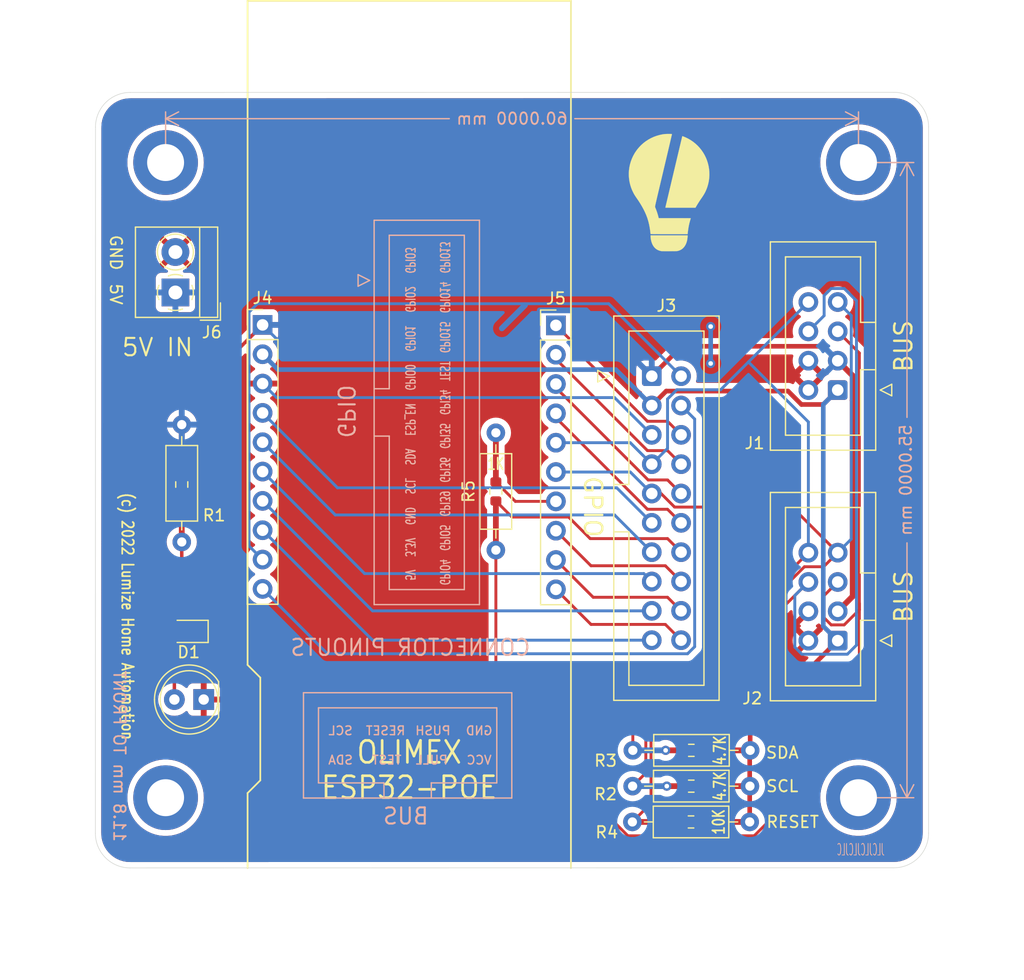
<source format=kicad_pcb>
(kicad_pcb (version 20211014) (generator pcbnew)
  (layers (0 "F.Cu" signal) (31 "B.Cu" signal) (34 "B.Paste" user) (35 "F.Paste" user) (36 "B.SilkS" user "B.Silkscreen") (37 "F.SilkS" user "F.Silkscreen") (38 "B.Mask" user) (39 "F.Mask" user) (44 "Edge.Cuts" user))
  (net 0 "")
  (net 1 "PUSH")
  (net 2 "Net-(D1-Pad2)")
  (net 3 "SCL")
  (net 4 "RESET")
  (net 5 "SDA")
  (net 6 "TEST")
  (net 7 "PULL")
  (net 8 "GPIO13")
  (net 9 "GPIO14")
  (net 10 "GPIO15")
  (net 11 "GPI34")
  (net 12 "GPI35")
  (net 13 "GPI36")
  (net 14 "GPI39")
  (net 15 "GPIO5")
  (net 16 "GPIO4")
  (net 17 "GPIO3")
  (net 18 "GPIO2")
  (net 19 "GPIO1")
  (net 20 "GPIO0")
  (net 21 "ESP_EN")
  (net 22 "VCC")
  (net 23 "TEST2")
  (footprint "TerminalBlock_4Ucon:TerminalBlock_4Ucon_1x02_P3.50mm_Horizontal" (layer "F.Cu") (at 110.25 85.25 90)
    (fp_text reference "J6" (at -3.45 3.15 180) (layer "F.SilkS"))
    (fp_text value "Screw_Terminal_01x02")
    (pad "1" thru_hole rect locked (at 0 0 90) (size 2.4 2.4) (drill 1.2) (layers *.Cu *.Mask) (net 7 "PULL"))
    (pad "2" thru_hole circle locked (at 3.5 0 90) (size 2.4 2.4) (drill 1.2) (layers *.Cu *.Mask) (net 1 "PUSH"))
  )
  (footprint "MountingHole:MountingHole_3.2mm_M3_DIN965_Pad" (layer "F.Cu") (at 109.4 74)
    (fp_text reference "REF**" hide)
    (fp_text value "MountingHole_3.2mm_M3_DIN965_Pad")
    (pad "1" thru_hole circle locked (at 0 0) (size 5.6 5.6) (drill 3.2) (layers *.Cu *.Mask))
  )
  (footprint "MountingHole:MountingHole_3.2mm_M3_DIN965_Pad" (layer "F.Cu") (at 169.4 74)
    (fp_text reference "REF**" hide)
    (fp_text value "MountingHole_3.2mm_M3_DIN965_Pad")
    (pad "1" thru_hole circle locked (at 0 0) (size 5.6 5.6) (drill 3.2) (layers *.Cu *.Mask))
  )
  (footprint "MountingHole:MountingHole_3.2mm_M3_DIN965_Pad" (layer "F.Cu") (at 109.4 129)
    (fp_text reference "REF**" hide)
    (fp_text value "MountingHole_3.2mm_M3_DIN965_Pad")
    (pad "1" thru_hole circle locked (at 0 0) (size 5.6 5.6) (drill 3.2) (layers *.Cu *.Mask))
  )
  (footprint "MountingHole:MountingHole_3.2mm_M3_DIN965_Pad" (layer "F.Cu") (at 169.4 129)
    (fp_text reference "REF**" hide)
    (fp_text value "MountingHole_3.2mm_M3_DIN965_Pad")
    (pad "1" thru_hole circle locked (at 0 0) (size 5.6 5.6) (drill 3.2) (layers *.Cu *.Mask))
  )
  (footprint "Connector_PinHeader_2.54mm:PinHeader_1x10_P2.54mm_Vertical" (layer "F.Cu") (at 143.2 88.1)
    (fp_text reference "J5" (at 0 -2.33) (layer "F.SilkS"))
    (fp_text value "Conn_01x10")
    (pad "1" thru_hole rect locked (at 0 0) (size 1.7 1.7) (drill 1) (layers *.Cu *.Mask) (net 14 "GPI39"))
    (pad "2" thru_hole oval locked (at 0 2.54) (size 1.7 1.7) (drill 1) (layers *.Cu *.Mask) (net 13 "GPI36"))
    (pad "3" thru_hole oval locked (at 0 5.08) (size 1.7 1.7) (drill 1) (layers *.Cu *.Mask) (net 12 "GPI35"))
    (pad "4" thru_hole oval locked (at 0 7.62) (size 1.7 1.7) (drill 1) (layers *.Cu *.Mask) (net 11 "GPI34"))
    (pad "5" thru_hole oval locked (at 0 10.16) (size 1.7 1.7) (drill 1) (layers *.Cu *.Mask) (net 3 "SCL"))
    (pad "6" thru_hole oval locked (at 0 12.7) (size 1.7 1.7) (drill 1) (layers *.Cu *.Mask) (net 5 "SDA"))
    (pad "7" thru_hole oval locked (at 0 15.24) (size 1.7 1.7) (drill 1) (layers *.Cu *.Mask) (net 23 "TEST2"))
    (pad "8" thru_hole oval locked (at 0 17.78) (size 1.7 1.7) (drill 1) (layers *.Cu *.Mask) (net 10 "GPIO15"))
    (pad "9" thru_hole oval locked (at 0 20.32) (size 1.7 1.7) (drill 1) (layers *.Cu *.Mask) (net 9 "GPIO14"))
    (pad "10" thru_hole oval locked (at 0 22.86) (size 1.7 1.7) (drill 1) (layers *.Cu *.Mask) (net 8 "GPIO13"))
  )
  (footprint "Connector_PinHeader_2.54mm:PinHeader_1x10_P2.54mm_Vertical" (layer "F.Cu") (at 117.8 88.06)
    (fp_text reference "J4" (at 0 -2.33) (layer "F.SilkS"))
    (fp_text value "Conn_01x10")
    (pad "1" thru_hole rect locked (at 0 0) (size 1.7 1.7) (drill 1) (layers *.Cu *.Mask) (net 7 "PULL"))
    (pad "2" thru_hole oval locked (at 0 2.54) (size 1.7 1.7) (drill 1) (layers *.Cu *.Mask) (net 22 "VCC"))
    (pad "3" thru_hole oval locked (at 0 5.08) (size 1.7 1.7) (drill 1) (layers *.Cu *.Mask) (net 1 "PUSH"))
    (pad "4" thru_hole oval locked (at 0 7.62) (size 1.7 1.7) (drill 1) (layers *.Cu *.Mask) (net 21 "ESP_EN"))
    (pad "5" thru_hole oval locked (at 0 10.16) (size 1.7 1.7) (drill 1) (layers *.Cu *.Mask) (net 20 "GPIO0"))
    (pad "6" thru_hole oval locked (at 0 12.7) (size 1.7 1.7) (drill 1) (layers *.Cu *.Mask) (net 19 "GPIO1"))
    (pad "7" thru_hole oval locked (at 0 15.24) (size 1.7 1.7) (drill 1) (layers *.Cu *.Mask) (net 18 "GPIO2"))
    (pad "8" thru_hole oval locked (at 0 17.78) (size 1.7 1.7) (drill 1) (layers *.Cu *.Mask) (net 17 "GPIO3"))
    (pad "9" thru_hole oval locked (at 0 20.32) (size 1.7 1.7) (drill 1) (layers *.Cu *.Mask) (net 16 "GPIO4"))
    (pad "10" thru_hole oval locked (at 0 22.86) (size 1.7 1.7) (drill 1) (layers *.Cu *.Mask) (net 15 "GPIO5"))
  )
  (footprint "Connector_IDC:IDC-Header_2x10_P2.54mm_Vertical" (layer "F.Cu") (at 151.5 92.5)
    (fp_text reference "J3" (at 1.27 -6.1) (layer "F.SilkS"))
    (fp_text value "Conn_02x10_Odd_Even")
    (pad "1" thru_hole roundrect locked (at 0 0) (size 1.7 1.7) (drill 1) (layers *.Cu *.Mask) (roundrect_rratio 0.1470588235) (net 7 "PULL"))
    (pad "2" thru_hole circle locked (at 2.54 0) (size 1.7 1.7) (drill 1) (layers *.Cu *.Mask) (net 16 "GPIO4"))
    (pad "3" thru_hole circle locked (at 0 2.54) (size 1.7 1.7) (drill 1) (layers *.Cu *.Mask) (net 22 "VCC"))
    (pad "4" thru_hole circle locked (at 2.54 2.54) (size 1.7 1.7) (drill 1) (layers *.Cu *.Mask) (net 15 "GPIO5"))
    (pad "5" thru_hole circle locked (at 0 5.08) (size 1.7 1.7) (drill 1) (layers *.Cu *.Mask) (net 1 "PUSH"))
    (pad "6" thru_hole circle locked (at 2.54 5.08) (size 1.7 1.7) (drill 1) (layers *.Cu *.Mask) (net 14 "GPI39"))
    (pad "7" thru_hole circle locked (at 0 7.62) (size 1.7 1.7) (drill 1) (layers *.Cu *.Mask) (net 3 "SCL"))
    (pad "8" thru_hole circle locked (at 2.54 7.62) (size 1.7 1.7) (drill 1) (layers *.Cu *.Mask) (net 13 "GPI36"))
    (pad "9" thru_hole circle locked (at 0 10.16) (size 1.7 1.7) (drill 1) (layers *.Cu *.Mask) (net 5 "SDA"))
    (pad "10" thru_hole circle locked (at 2.54 10.16) (size 1.7 1.7) (drill 1) (layers *.Cu *.Mask) (net 12 "GPI35"))
    (pad "11" thru_hole circle locked (at 0 12.7) (size 1.7 1.7) (drill 1) (layers *.Cu *.Mask) (net 21 "ESP_EN"))
    (pad "12" thru_hole circle locked (at 2.54 12.7) (size 1.7 1.7) (drill 1) (layers *.Cu *.Mask) (net 11 "GPI34"))
    (pad "13" thru_hole circle locked (at 0 15.24) (size 1.7 1.7) (drill 1) (layers *.Cu *.Mask) (net 20 "GPIO0"))
    (pad "14" thru_hole circle locked (at 2.54 15.24) (size 1.7 1.7) (drill 1) (layers *.Cu *.Mask) (net 6 "TEST"))
    (pad "15" thru_hole circle locked (at 0 17.78) (size 1.7 1.7) (drill 1) (layers *.Cu *.Mask) (net 19 "GPIO1"))
    (pad "16" thru_hole circle locked (at 2.54 17.78) (size 1.7 1.7) (drill 1) (layers *.Cu *.Mask) (net 10 "GPIO15"))
    (pad "17" thru_hole circle locked (at 0 20.32) (size 1.7 1.7) (drill 1) (layers *.Cu *.Mask) (net 18 "GPIO2"))
    (pad "18" thru_hole circle locked (at 2.54 20.32) (size 1.7 1.7) (drill 1) (layers *.Cu *.Mask) (net 9 "GPIO14"))
    (pad "19" thru_hole circle locked (at 0 22.86) (size 1.7 1.7) (drill 1) (layers *.Cu *.Mask) (net 17 "GPIO3"))
    (pad "20" thru_hole circle locked (at 2.54 22.86) (size 1.7 1.7) (drill 1) (layers *.Cu *.Mask) (net 8 "GPIO13"))
  )
  (footprint "LED_SMD:LED_0805_2012Metric" (layer "F.Cu") (at 111.4 114.6 180)
    (fp_text reference "D1" (at 0 -1.8) (layer "F.SilkS"))
    (fp_text value "LED")
    (pad "1" smd roundrect locked (at -0.9375 0 180) (size 0.975 1.4) (layers "F.Cu" "F.Paste" "F.Mask") (net 1 "PUSH"))
    (pad "2" smd roundrect locked (at 0.9375 0 180) (size 0.975 1.4) (layers "F.Cu" "F.Paste" "F.Mask") (net 2 "Net-(D1-Pad2)"))
  )
  (footprint "Connector_IDC:IDC-Header_2x04_P2.54mm_Vertical" (layer "F.Cu") (at 167.6 93.7 180)
    (fp_text reference "J1" (at 7.2 -4.6) (layer "F.SilkS"))
    (fp_text value "IDC_02x04")
    (pad "1" thru_hole roundrect locked (at 0 0 180) (size 1.7 1.7) (drill 1) (layers *.Cu *.Mask) (roundrect_rratio 0.1470588235) (net 22 "VCC"))
    (pad "2" thru_hole circle locked (at 2.54 0 180) (size 1.7 1.7) (drill 1) (layers *.Cu *.Mask) (net 1 "PUSH"))
    (pad "3" thru_hole circle locked (at 0 2.54 180) (size 1.7 1.7) (drill 1) (layers *.Cu *.Mask) (net 7 "PULL"))
    (pad "4" thru_hole circle locked (at 2.54 2.54 180) (size 1.7 1.7) (drill 1) (layers *.Cu *.Mask) (net 1 "PUSH"))
    (pad "5" thru_hole circle locked (at 0 5.08 180) (size 1.7 1.7) (drill 1) (layers *.Cu *.Mask) (net 6 "TEST"))
    (pad "6" thru_hole circle locked (at 2.54 5.08 180) (size 1.7 1.7) (drill 1) (layers *.Cu *.Mask) (net 4 "RESET"))
    (pad "7" thru_hole circle locked (at 0 7.62 180) (size 1.7 1.7) (drill 1) (layers *.Cu *.Mask) (net 5 "SDA"))
    (pad "8" thru_hole circle locked (at 2.54 7.62 180) (size 1.7 1.7) (drill 1) (layers *.Cu *.Mask) (net 3 "SCL"))
  )
  (footprint "Connector_IDC:IDC-Header_2x04_P2.54mm_Vertical" (layer "F.Cu") (at 167.6 115.4 180)
    (fp_text reference "J2" (at 7.4 -5) (layer "F.SilkS"))
    (fp_text value "IDC_02x04")
    (pad "1" thru_hole roundrect locked (at 0 0 180) (size 1.7 1.7) (drill 1) (layers *.Cu *.Mask) (roundrect_rratio 0.1470588235) (net 22 "VCC"))
    (pad "2" thru_hole circle locked (at 2.54 0 180) (size 1.7 1.7) (drill 1) (layers *.Cu *.Mask) (net 1 "PUSH"))
    (pad "3" thru_hole circle locked (at 0 2.54 180) (size 1.7 1.7) (drill 1) (layers *.Cu *.Mask) (net 7 "PULL"))
    (pad "4" thru_hole circle locked (at 2.54 2.54 180) (size 1.7 1.7) (drill 1) (layers *.Cu *.Mask) (net 1 "PUSH"))
    (pad "5" thru_hole circle locked (at 0 5.08 180) (size 1.7 1.7) (drill 1) (layers *.Cu *.Mask) (net 6 "TEST"))
    (pad "6" thru_hole circle locked (at 2.54 5.08 180) (size 1.7 1.7) (drill 1) (layers *.Cu *.Mask) (net 4 "RESET"))
    (pad "7" thru_hole circle locked (at 0 7.62 180) (size 1.7 1.7) (drill 1) (layers *.Cu *.Mask) (net 5 "SDA"))
    (pad "8" thru_hole circle locked (at 2.54 7.62 180) (size 1.7 1.7) (drill 1) (layers *.Cu *.Mask) (net 3 "SCL"))
  )
  (footprint "Resistor_THT:R_Axial_DIN0207_L6.3mm_D2.5mm_P10.16mm_Horizontal" (layer "F.Cu") (at 160.02 124.9 180)
    (fp_text reference "R3" (at 12.52 -0.9) (layer "F.SilkS"))
    (fp_text value "4.7K")
    (pad "1" thru_hole circle locked (at 0 0 180) (size 1.6 1.6) (drill 0.8) (layers *.Cu *.Mask) (net 22 "VCC"))
    (pad "2" thru_hole oval locked (at 10.16 0 180) (size 1.6 1.6) (drill 0.8) (layers *.Cu *.Mask) (net 3 "SCL"))
  )
  (footprint "Logo:Lumize_Logo" (layer "F.Cu") (at 153 76.6)
    (fp_text reference "G***" hide)
    (fp_text value "LOGO" hide)
  )
  (footprint "Resistor_THT:R_Axial_DIN0207_L6.3mm_D2.5mm_P10.16mm_Horizontal" (layer "F.Cu") (at 160 128 180)
    (fp_text reference "R2" (at 12.5 -0.7) (layer "F.SilkS"))
    (fp_text value "4.7K")
    (pad "1" thru_hole circle locked (at 0 0 180) (size 1.6 1.6) (drill 0.8) (layers *.Cu *.Mask) (net 22 "VCC"))
    (pad "2" thru_hole oval locked (at 10.16 0 180) (size 1.6 1.6) (drill 0.8) (layers *.Cu *.Mask) (net 5 "SDA"))
  )
  (footprint "Resistor_THT:R_Axial_DIN0207_L6.3mm_D2.5mm_P10.16mm_Horizontal" (layer "F.Cu") (at 110.8 106.855 90)
    (fp_text reference "R1" (at 2.3 2.8 180) (layer "F.SilkS"))
    (fp_text value "220")
    (pad "1" thru_hole circle locked (at 0 0 90) (size 1.6 1.6) (drill 0.8) (layers *.Cu *.Mask) (net 2 "Net-(D1-Pad2)"))
    (pad "2" thru_hole oval locked (at 10.16 0 90) (size 1.6 1.6) (drill 0.8) (layers *.Cu *.Mask) (net 7 "PULL"))
  )
  (footprint "Resistor_SMD:R_0603_1608Metric" (layer "F.Cu") (at 110.8 101.88 90)
    (fp_text reference "REF**" hide)
    (fp_text value "R_0603_1608Metric")
    (pad "1" smd roundrect locked (at -0.825 0 90) (size 0.8 0.95) (layers "F.Cu" "F.Paste" "F.Mask") (net 2 "Net-(D1-Pad2)"))
    (pad "2" smd roundrect locked (at 0.825 0 90) (size 0.8 0.95) (layers "F.Cu" "F.Paste" "F.Mask") (net 7 "PULL"))
  )
  (footprint "Resistor_SMD:R_0603_1608Metric" (layer "F.Cu") (at 154.9 131.1)
    (fp_text reference "REF**" hide)
    (fp_text value "R_0603_1608Metric")
    (pad "1" smd roundrect locked (at -0.825 0) (size 0.8 0.95) (layers "F.Cu" "F.Paste" "F.Mask") (net 4 "RESET"))
    (pad "2" smd roundrect locked (at 0.825 0) (size 0.8 0.95) (layers "F.Cu" "F.Paste" "F.Mask") (net 22 "VCC"))
  )
  (footprint "Logo:GPIO Connector pinout" (layer "F.Cu") (at 132.3175 74.3575)
    (fp_text reference "REF**" hide)
    (fp_text value "GPIO Connector pinout")
    (fp_text user "GPI35" (at 1.25 23.320106 270 unlocked) (layer "B.SilkS") (effects (font (size 0.8 0.5) (thickness 0.11)) (justify mirror)))
    (fp_text user "GPI36" (at 1.25 26.25 270 unlocked) (layer "B.SilkS") (effects (font (size 0.8 0.5) (thickness 0.11)) (justify mirror)))
    (fp_text user "GPIO13" (at 1.25 7.861111 270 unlocked) (layer "B.SilkS") (effects (font (size 0.8 0.5) (thickness 0.11)) (justify mirror)))
    (fp_text user "GPIO5" (at 1.25 32.133597 270 unlocked) (layer "B.SilkS") (effects (font (size 0.8 0.5) (thickness 0.11)) (justify mirror)))
    (fp_text user "GPIO0" (at -1.75 18.242067 270 unlocked) (layer "B.SilkS") (effects (font (size 0.8 0.5) (thickness 0.11)) (justify mirror)))
    (fp_text user "ESP_EN" (at -1.75 21.89286 270 unlocked) (layer "B.SilkS") (effects (font (size 0.8 0.5) (thickness 0.11)) (justify mirror)))
    (fp_text user "GND" (at -1.75 30.25 270 unlocked) (layer "B.SilkS") (effects (font (size 0.8 0.5) (thickness 0.11)) (justify mirror)))
    (fp_text user "GPIO2" (at -1.75 11.488101 270 unlocked) (layer "B.SilkS") (effects (font (size 0.8 0.5) (thickness 0.11)) (justify mirror)))
    (fp_text user "GPIO15" (at 1.25 14.768519 270 unlocked) (layer "B.SilkS") (effects (font (size 0.8 0.5) (thickness 0.11)) (justify mirror)))
    (fp_text user "3.3V" (at -1.75 32.960317 270 unlocked) (layer "B.SilkS") (effects (font (size 0.8 0.5) (thickness 0.11)) (justify mirror)))
    (fp_text user "GPIO4" (at 1.25 35.111111 270 unlocked) (layer "B.SilkS") (effects (font (size 0.8 0.5) (thickness 0.11)) (justify mirror)))
    (fp_text user "GPIO14" (at 1.25 11.314815 270 unlocked) (layer "B.SilkS") (effects (font (size 0.8 0.5) (thickness 0.11)) (justify mirror)))
    (fp_text user "SDA" (at -1.75 25.126986 270 unlocked) (layer "B.SilkS") (effects (font (size 0.8 0.5) (thickness 0.11)) (justify mirror)))
    (fp_text user "5V" (at -1.75 35.361118 270 unlocked) (layer "B.SilkS") (effects (font (size 0.8 0.5) (thickness 0.11)) (justify mirror)))
    (fp_text user "SCL" (at -1.75 27.658731 270 unlocked) (layer "B.SilkS") (effects (font (size 0.8 0.5) (thickness 0.11)) (justify mirror)))
    (fp_text user "GPI39" (at 1.25 29.179894 270 unlocked) (layer "B.SilkS") (effects (font (size 0.8 0.5) (thickness 0.11)) (justify mirror)))
    (fp_text user "GPIO3" (at -1.75 8.111118 270 unlocked) (layer "B.SilkS") (effects (font (size 0.8 0.5) (thickness 0.11)) (justify mirror)))
    (fp_text user "GPI34" (at 1.25 20.390212 270 unlocked) (layer "B.SilkS") (effects (font (size 0.8 0.5) (thickness 0.11)) (justify mirror)))
    (fp_text user "TEST" (at 1.25 17.710318 270 unlocked) (layer "B.SilkS") (effects (font (size 0.8 0.5) (thickness 0.11)) (justify mirror)))
    (fp_text user "GPIO1" (at -1.75 14.865084 270 unlocked) (layer "B.SilkS") (effects (font (size 0.8 0.5) (thickness 0.11)) (justify mirror)))
  )
  (footprint "LED_THT:LED_D5.0mm" (layer "F.Cu") (at 112.7 120.5 180)
    (fp_text reference "REF**" hide)
    (fp_text value "LED_D5.0mm")
    (pad "1" thru_hole rect locked (at 0 0 180) (size 1.8 1.8) (drill 0.9) (layers *.Cu *.Mask) (net 1 "PUSH"))
    (pad "2" thru_hole circle locked (at 2.54 0 180) (size 1.8 1.8) (drill 0.9) (layers *.Cu *.Mask) (net 2 "Net-(D1-Pad2)"))
  )
  (footprint "Resistor_THT:R_Axial_DIN0207_L6.3mm_D2.5mm_P10.16mm_Horizontal" (layer "F.Cu") (at 138 107.56 90)
    (fp_text reference "R5" (at 5.08 -2.37 90) (layer "F.SilkS"))
    (fp_text value "1K")
    (pad "1" thru_hole circle (at 0 0 90) (size 1.6 1.6) (drill 0.8) (layers *.Cu *.Mask) (net 6 "TEST"))
    (pad "2" thru_hole oval (at 10.16 0 90) (size 1.6 1.6) (drill 0.8) (layers *.Cu *.Mask) (net 23 "TEST2"))
  )
  (footprint "Resistor_THT:R_Axial_DIN0207_L6.3mm_D2.5mm_P10.16mm_Horizontal" (layer "F.Cu") (at 159.98 131.1 180)
    (fp_text reference "R4" (at 12.38 -0.9) (layer "F.SilkS"))
    (fp_text value "10K")
    (pad "1" thru_hole circle locked (at 0 0 180) (size 1.6 1.6) (drill 0.8) (layers *.Cu *.Mask) (net 22 "VCC"))
    (pad "2" thru_hole oval locked (at 10.16 0 180) (size 1.6 1.6) (drill 0.8) (layers *.Cu *.Mask) (net 4 "RESET"))
  )
  (footprint "Resistor_SMD:R_0603_1608Metric" (layer "F.Cu") (at 154.92 128)
    (fp_text reference "REF**" hide)
    (fp_text value "R_0603_1608Metric")
    (pad "1" smd roundrect locked (at -0.825 0) (size 0.8 0.95) (layers "F.Cu" "F.Paste" "F.Mask") (net 5 "SDA"))
    (pad "2" smd roundrect locked (at 0.825 0) (size 0.8 0.95) (layers "F.Cu" "F.Paste" "F.Mask") (net 22 "VCC"))
  )
  (footprint "Logo:Bus_Pinout" (layer "F.Cu") (at 126.55 125.74 90)
    (fp_text reference "REF**" hide)
    (fp_text value "Bus_Pinout")
    (fp_text user "TEST" (at 0 2 180) (layer "B.SilkS") (effects (font (size 0.75 0.75) (thickness 0.125)) (justify mirror)))
    (fp_text user "VCC" (at 0 10 unlocked) (layer "B.SilkS") (effects (font (size 0.75 0.75) (thickness 0.125)) (justify mirror)))
    (fp_text user "GND" (at 2.54 10 180) (layer "B.SilkS") (effects (font (size 0.75 0.75) (thickness 0.125)) (justify mirror)))
    (fp_text user "SDA" (at 0 -2 180) (layer "B.SilkS") (effects (font (size 0.75 0.75) (thickness 0.125)) (justify mirror)))
    (fp_text user "PULL" (at 0 5.9 180) (layer "B.SilkS") (effects (font (size 0.75 0.75) (thickness 0.125)) (justify mirror)))
    (fp_text user "PUSH" (at 2.54 6 180) (layer "B.SilkS") (effects (font (size 0.75 0.75) (thickness 0.125)) (justify mirror)))
    (fp_text user "SCL" (at 2.54 -2 180) (layer "B.SilkS") (effects (font (size 0.75 0.75) (thickness 0.125)) (justify mirror)))
    (fp_text user "RESET" (at 2.54 1.9 180) (layer "B.SilkS") (effects (font (size 0.75 0.75) (thickness 0.125)) (justify mirror)))
  )
  (footprint "Resistor_SMD:R_0603_1608Metric" (layer "F.Cu") (at 138 102.48 -90)
    (fp_text reference "REF**" hide)
    (fp_text value "R_0603_1608Metric")
    (pad "1" smd roundrect locked (at -0.825 0 270) (size 0.8 0.95) (layers "F.Cu" "F.Paste" "F.Mask") (net 23 "TEST2"))
    (pad "2" smd roundrect locked (at 0.825 0 270) (size 0.8 0.95) (layers "F.Cu" "F.Paste" "F.Mask") (net 6 "TEST"))
  )
  (footprint "Resistor_SMD:R_0603_1608Metric" (layer "F.Cu") (at 154.925 124.9)
    (fp_text reference "REF**" hide)
    (fp_text value "R_0603_1608Metric")
    (pad "1" smd roundrect locked (at -0.825 0) (size 0.8 0.95) (layers "F.Cu" "F.Paste" "F.Mask") (net 3 "SCL"))
    (pad "2" smd roundrect locked (at 0.825 0) (size 0.8 0.95) (layers "F.Cu" "F.Paste" "F.Mask") (net 22 "VCC"))
  )
  (gr_line (start 116.5 128.6) (end 117.6 127.5) (layer "F.SilkS") (width 0.15))
  (gr_line (start 117.6 118.6) (end 116.5 117.5) (layer "F.SilkS") (width 0.15))
  (gr_line (start 117.6 127.5) (end 117.6 118.6) (layer "F.SilkS") (width 0.15))
  (gr_line (start 116.5 117.5) (end 116.5 60) (layer "F.SilkS") (width 0.15))
  (gr_line (start 116.5 60) (end 144.5 60) (layer "F.SilkS") (width 0.15))
  (gr_line (start 144.5 60) (end 144.5 135.1) (layer "F.SilkS") (width 0.15))
  (gr_line (start 116.5 135.1) (end 116.5 128.6) (layer "F.SilkS") (width 0.15))
  (gr_line (start 103.32 132.08) (end 103.329984 70.93) (layer "Edge.Cuts") (width 0.05))
  (gr_line (start 172.47 135.070149) (end 106.32 135.08) (layer "Edge.Cuts") (width 0.05))
  (gr_line (start 175.470149 132.07) (end 175.471066 70.92) (layer "Edge.Cuts") (width 0.05))
  (gr_arc (start 172.47 67.918934) (mid 174.592074 68.797926) (end 175.471066 70.92) (layer "Edge.Cuts") (width 0.05))
  (gr_arc (start 175.470149 132.07) (mid 174.591426 134.191426) (end 172.47 135.070149) (layer "Edge.Cuts") (width 0.05))
  (gr_arc (start 106.32 135.08) (mid 104.19868 134.20132) (end 103.32 132.08) (layer "Edge.Cuts") (width 0.05))
  (gr_arc (start 103.329984 70.93) (mid 104.208668 68.808668) (end 106.33 67.929984) (layer "Edge.Cuts") (width 0.05))
  (gr_line (start 106.33 67.929984) (end 172.47 67.918934) (layer "Edge.Cuts") (width 0.05))
  (gr_text "11.8 mm TO FRONT" (at 105.4 125.4 270) (layer "B.SilkS") (effects (font (size 1 1)) (justify mirror)))
  (gr_text "JLCJLCJLCJLC" (at 169.6 133.5) (layer "B.SilkS") (effects (font (size 1 0.4) (thickness 0.07)) (justify mirror)))
  (gr_text "GPIO" (at 125.0175 95.5575 270) (layer "B.SilkS") (effects (font (size 1.4 1.3) (thickness 0.18)) (justify mirror)))
  (gr_text "BUS" (at 130.2 130.6) (layer "B.SilkS") (effects (font (size 1.4 1.3) (thickness 0.18)) (justify mirror)))
  (gr_text "CONNECTOR PINOUTS" (at 130.6 116) (layer "B.SilkS") (effects (font (size 1.4 1.3) (thickness 0.18)) (justify mirror)))
  (gr_text "(c) 2022 Lumize Home Automation" (at 106.1 113.3 -90) (layer "F.SilkS") (effects (font (size 1 0.8))))
  (gr_text "GPIO" (at 146.4 103.8 270) (layer "F.SilkS") (effects (font (size 1.5 1.5) (thickness 0.2))))
  (gr_text "GND" (at 105.1 81.8 270) (layer "F.SilkS") (effects (font (size 1 1))))
  (gr_text "SCL" (at 162.8 128) (layer "F.SilkS") (effects (font (size 1 1))))
  (gr_text "BUS" (at 173.3 89.9 90) (layer "F.SilkS") (effects (font (size 1.5 1.5) (thickness 0.2))))
  (gr_text "5V" (at 105.1 85.4 270) (layer "F.SilkS") (effects (font (size 1 1))))
  (gr_text "5V IN" (at 108.7 90) (layer "F.SilkS") (effects (font (size 1.5 1.5) (thickness 0.18))))
  (gr_text "1K" (at 138 100.1) (layer "F.SilkS") (effects (font (size 1 0.75))))
  (gr_text "RESET" (at 163.7 131.1) (layer "F.SilkS") (effects (font (size 1 1))))
  (gr_text "BUS" (at 173.3 111.6 90) (layer "F.SilkS") (effects (font (size 1.5 1.5) (thickness 0.2))))
  (gr_text "10K" (at 157.3 131.1 90) (layer "F.SilkS") (effects (font (size 1 0.75))))
  (gr_text "4.7K" (at 157.4 128 90) (layer "F.SilkS") (effects (font (size 1 0.75))))
  (gr_text "4.7K" (at 157.4 124.9 90) (layer "F.SilkS") (effects (font (size 1 0.75))))
  (gr_text "SDA" (at 162.8 125.1) (layer "F.SilkS") (effects (font (size 1 1))))
  (gr_text "OLIMEX\nESP32-POE" (at 130.5 126.6) (layer "F.SilkS") (effects (font (size 1.9 1.7) (thickness 0.23))))
  (dimension (type aligned) (layer "B.SilkS") (pts (xy 169.4 74) (xy 169.4 129)) (height -4.2) (gr_text "55.0000 mm" (at 173.5 101.5 90) (layer "B.SilkS") (effects (font (size 1 1) (thickness 0.15)) (justify mirror))) (format (units 3) (units_format 1) (precision 4)) (style (thickness 0.12) (arrow_length 1.27) (text_position_mode 2) (extension_height 0.58642) (extension_offset 0.5) keep_text_aligned))
  (dimension (type aligned) (layer "B.SilkS") (pts (xy 109.4 74) (xy 169.4 74)) (height -3.8) (gr_text "60.0000 mm" (at 139.4 70.2) (layer "B.SilkS") (effects (font (size 1 1) (thickness 0.15)) (justify mirror))) (format (units 3) (units_format 1) (precision 4) (override_value "60.0000")) (style (thickness 0.12) (arrow_length 1.27) (text_position_mode 2) (extension_height 0.58642) (extension_offset 0.5) keep_text_aligned))
  (via (at 156.6 91.4) (size 0.8) (drill 0.4) (layers "F.Cu" "B.Cu") (net 1))
  (via (at 156.6 88.2) (size 0.8) (drill 0.4) (layers "F.Cu" "B.Cu") (net 1))
  (segment (start 119.015001 94.355001) (end 148.275001 94.355001) (width 0.25) (layer "B.Cu") (net 1))
  (segment (start 156.6 88.2) (end 156.6 91.4) (width 0.4) (layer "B.Cu") (net 1))
  (segment (start 117.8 93.14) (end 119.015001 94.355001) (width 0.25) (layer "B.Cu") (net 1))
  (segment (start 148.275001 94.355001) (end 151.5 97.58) (width 0.25) (layer "B.Cu") (net 1))
  (segment (start 110.4625 114.6) (end 110.16 114.9025) (width 0.3) (layer "F.Cu") (net 2))
  (segment (start 110.16 114.9025) (end 110.16 120.5) (width 0.3) (layer "F.Cu") (net 2))
  (segment (start 110.8 106.855) (end 110.8 114.2625) (width 0.3) (layer "F.Cu") (net 2))
  (segment (start 110.8 114.2625) (end 110.4625 114.6) (width 0.3) (layer "F.Cu") (net 2))
  (segment (start 110.8 106.96) (end 110.8 102.705) (width 0.5) (layer "F.Cu") (net 2))
  (segment (start 152.7 124.9) (end 154.1 124.9) (width 0.5) (layer "F.Cu") (net 3))
  (segment (start 149.86 124.9) (end 149.86 122.98) (width 0.25) (layer "F.Cu") (net 3))
  (segment (start 149.86 122.98) (end 165.06 107.78) (width 0.25) (layer "F.Cu") (net 3))
  (via (at 152.7 124.9) (size 0.8) (drill 0.4) (layers "F.Cu" "B.Cu") (net 3))
  (segment (start 153.665997 93.675001) (end 157.464999 93.675001) (width 0.25) (layer "B.Cu") (net 3))
  (segment (start 152.864999 98.755001) (end 152.864999 94.475999) (width 0.25) (layer "B.Cu") (net 3))
  (segment (start 165.06 107.78) (end 165.06 96.46) (width 0.25) (layer "B.Cu") (net 3))
  (segment (start 143.2 98.26) (end 149.64 98.26) (width 0.25) (layer "B.Cu") (net 3))
  (segment (start 149.86 124.9) (end 152.7 124.9) (width 0.5) (layer "B.Cu") (net 3))
  (segment (start 151.5 100.12) (end 152.864999 98.755001) (width 0.25) (layer "B.Cu") (net 3))
  (segment (start 165.06 96.46) (end 159.87 91.27) (width 0.25) (layer "B.Cu") (net 3))
  (segment (start 149.64 98.26) (end 151.5 100.12) (width 0.25) (layer "B.Cu") (net 3))
  (segment (start 159.87 91.27) (end 165.06 86.08) (width 0.25) (layer "B.Cu") (net 3))
  (segment (start 157.464999 93.675001) (end 159.87 91.27) (width 0.25) (layer "B.Cu") (net 3))
  (segment (start 152.864999 94.475999) (end 153.665997 93.675001) (width 0.25) (layer "B.Cu") (net 3))
  (segment (start 151.434031 123.945969) (end 165.06 110.32) (width 0.25) (layer "F.Cu") (net 4))
  (segment (start 149.82 131.1) (end 154.075 131.1) (width 0.5) (layer "F.Cu") (net 4))
  (segment (start 149.82 131.1) (end 151.434031 129.485969) (width 0.25) (layer "F.Cu") (net 4))
  (segment (start 151.434031 129.485969) (end 151.434031 123.945969) (width 0.25) (layer "F.Cu") (net 4))
  (segment (start 164.495999 116.575001) (end 163.884999 115.964001) (width 0.25) (layer "B.Cu") (net 4))
  (segment (start 169.225011 115.788179) (end 168.438189 116.575001) (width 0.25) (layer "B.Cu") (net 4))
  (segment (start 168.438189 116.575001) (end 164.495999 116.575001) (width 0.25) (layer "B.Cu") (net 4))
  (segment (start 166.424999 87.255001) (end 166.424999 85.515999) (width 0.25) (layer "B.Cu") (net 4))
  (segment (start 169.225011 85.966009) (end 169.225011 115.788179) (width 0.25) (layer "B.Cu") (net 4))
  (segment (start 168.164001 84.904999) (end 169.225011 85.966009) (width 0.25) (layer "B.Cu") (net 4))
  (segment (start 163.884999 115.964001) (end 163.884999 111.495001) (width 0.25) (layer "B.Cu") (net 4))
  (segment (start 167.035999 84.904999) (end 168.164001 84.904999) (width 0.25) (layer "B.Cu") (net 4))
  (segment (start 163.884999 111.495001) (end 165.06 110.32) (width 0.25) (layer "B.Cu") (net 4))
  (segment (start 165.06 88.62) (end 166.424999 87.255001) (width 0.25) (layer "B.Cu") (net 4))
  (segment (start 166.424999 85.515999) (end 167.035999 84.904999) (width 0.25) (layer "B.Cu") (net 4))
  (segment (start 164.71899 109) (end 166.38 109) (width 0.25) (layer "F.Cu") (net 5))
  (segment (start 163.655001 103.835001) (end 167.6 107.78) (width 0.25) (layer "F.Cu") (net 5))
  (segment (start 149.84 128) (end 150.984511 126.855489) (width 0.25) (layer "F.Cu") (net 5))
  (segment (start 150.984511 126.855489) (end 150.984511 122.734479) (width 0.25) (layer "F.Cu") (net 5))
  (segment (start 166.38 109) (end 167.6 107.78) (width 0.25) (layer "F.Cu") (net 5))
  (segment (start 150.984511 122.734479) (end 164.71899 109) (width 0.25) (layer "F.Cu") (net 5))
  (segment (start 153.475999 103.835001) (end 163.655001 103.835001) (width 0.25) (layer "F.Cu") (net 5))
  (segment (start 152.300998 102.66) (end 153.475999 103.835001) (width 0.25) (layer "F.Cu") (net 5))
  (segment (start 151.5 102.66) (end 152.300998 102.66) (width 0.25) (layer "F.Cu") (net 5))
  (segment (start 152.8 128) (end 154.095 128) (width 0.5) (layer "F.Cu") (net 5))
  (via (at 152.8 128) (size 0.8) (drill 0.4) (layers "F.Cu" "B.Cu") (net 5))
  (segment (start 149.84 128) (end 152.7 128) (width 0.5) (layer "B.Cu") (net 5))
  (segment (start 167.6 107.78) (end 168.775001 106.604999) (width 0.25) (layer "B.Cu") (net 5))
  (segment (start 149.64 100.8) (end 151.5 102.66) (width 0.25) (layer "B.Cu") (net 5))
  (segment (start 143.2 100.8) (end 149.64 100.8) (width 0.25) (layer "B.Cu") (net 5))
  (segment (start 168.775001 87.255001) (end 167.6 86.08) (width 0.25) (layer "B.Cu") (net 5))
  (segment (start 152.7 128) (end 152.8 128.1) (width 0.5) (layer "B.Cu") (net 5))
  (segment (start 168.775001 106.604999) (end 168.775001 87.255001) (width 0.25) (layer "B.Cu") (net 5))
  (segment (start 146.165489 106.565489) (end 144.3 104.7) (width 0.25) (layer "F.Cu") (net 6))
  (segment (start 144.3 104.7) (end 139.395 104.7) (width 0.25) (layer "F.Cu") (net 6))
  (segment (start 138 120.8703) (end 149.4297 132.3) (width 0.25) (layer "F.Cu") (net 6))
  (segment (start 166.424999 111.495001) (end 167.6 110.32) (width 0.25) (layer "F.Cu") (net 6))
  (segment (start 138 107.56) (end 138 120.8703) (width 0.25) (layer "F.Cu") (net 6))
  (segment (start 138 107.56) (end 138 103.305) (width 0.5) (layer "F.Cu") (net 6))
  (segment (start 160.3703 132.3) (end 169.475011 123.195289) (width 0.25) (layer "F.Cu") (net 6))
  (segment (start 154.04 107.74) (end 152.865489 106.565489) (width 0.25) (layer "F.Cu") (net 6))
  (segment (start 168.164001 114.035001) (end 167.035999 114.035001) (width 0.25) (layer "F.Cu") (net 6))
  (segment (start 167.6 88.62) (end 169.475011 90.495011) (width 0.25) (layer "F.Cu") (net 6))
  (segment (start 166.424999 113.424001) (end 166.424999 111.495001) (width 0.25) (layer "F.Cu") (net 6))
  (segment (start 169.475011 123.195289) (end 169.475011 112.175011) (width 0.25) (layer "F.Cu") (net 6))
  (segment (start 169.475011 112.723991) (end 168.164001 114.035001) (width 0.25) (layer "F.Cu") (net 6))
  (segment (start 149.4297 132.3) (end 160.3703 132.3) (width 0.25) (layer "F.Cu") (net 6))
  (segment (start 152.865489 106.565489) (end 146.165489 106.565489) (width 0.25) (layer "F.Cu") (net 6))
  (segment (start 139.395 104.7) (end 138 103.305) (width 0.25) (layer "F.Cu") (net 6))
  (segment (start 169.475011 90.495011) (end 169.475011 112.723991) (width 0.25) (layer "F.Cu") (net 6))
  (segment (start 167.035999 114.035001) (end 166.424999 113.424001) (width 0.25) (layer "F.Cu") (net 6))
  (segment (start 168.900001 111.559999) (end 168.900001 94.589965) (width 0.5) (layer "F.Cu") (net 7))
  (segment (start 151.5 92.5) (end 154.090001 89.909999) (width 0.4) (layer "F.Cu") (net 7))
  (segment (start 168.90001 92.46001) (end 167.6 91.16) (width 0.5) (layer "F.Cu") (net 7))
  (segment (start 154.090001 89.909999) (end 166.349999 89.909999) (width 0.4) (layer "F.Cu") (net 7))
  (segment (start 110.8 101.055) (end 110.8 96.8) (width 0.5) (layer "F.Cu") (net 7))
  (segment (start 168.90001 94.589956) (end 168.90001 92.46001) (width 0.5) (layer "F.Cu") (net 7))
  (segment (start 110.8 96.695) (end 110.8 95.06) (width 0.3) (layer "F.Cu") (net 7))
  (segment (start 110.8 95.06) (end 117.8 88.06) (width 0.3) (layer "F.Cu") (net 7))
  (segment (start 167.6 112.86) (end 168.900001 111.559999) (width 0.5) (layer "F.Cu") (net 7))
  (segment (start 166.349999 89.909999) (end 167.6 91.16) (width 0.4) (layer "F.Cu") (net 7))
  (segment (start 168.900001 94.589965) (end 168.90001 94.589956) (width 0.5) (layer "F.Cu") (net 7))
  (segment (start 117.8 88.06) (end 119.015001 89.275001) (width 0.25) (layer "B.Cu") (net 7))
  (segment (start 141.800001 86.799999) (end 145.799999 86.799999) (width 0.5) (layer "B.Cu") (net 7))
  (segment (start 145.799999 86.799999) (end 151.5 92.5) (width 0.5) (layer "B.Cu") (net 7))
  (segment (start 143.2 110.96) (end 146.235001 113.995001) (width 0.25) (layer "F.Cu") (net 8))
  (segment (start 152.675001 113.995001) (end 154.04 115.36) (width 0.25) (layer "F.Cu") (net 8))
  (segment (start 146.235001 113.995001) (end 152.675001 113.995001) (width 0.25) (layer "F.Cu") (net 8))
  (segment (start 143.2 108.42) (end 146.424999 111.644999) (width 0.25) (layer "F.Cu") (net 9))
  (segment (start 152.864999 111.644999) (end 154.04 112.82) (width 0.25) (layer "F.Cu") (net 9))
  (segment (start 146.424999 111.644999) (end 152.864999 111.644999) (width 0.25) (layer "F.Cu") (net 9))
  (segment (start 146.235001 108.915001) (end 152.675001 108.915001) (width 0.25) (layer "F.Cu") (net 10))
  (segment (start 143.2 105.88) (end 146.235001 108.915001) (width 0.25) (layer "F.Cu") (net 10))
  (segment (start 152.675001 108.915001) (end 154.04 110.28) (width 0.25) (layer "F.Cu") (net 10))
  (segment (start 143.2 96.099002) (end 151.125997 104.024999) (width 0.25) (layer "F.Cu") (net 11))
  (segment (start 152.864999 104.024999) (end 154.04 105.2) (width 0.25) (layer "F.Cu") (net 11))
  (segment (start 143.2 95.72) (end 143.2 96.099002) (width 0.25) (layer "F.Cu") (net 11))
  (segment (start 151.125997 104.024999) (end 152.864999 104.024999) (width 0.25) (layer "F.Cu") (net 11))
  (segment (start 152.864999 101.484999) (end 154.04 102.66) (width 0.25) (layer "F.Cu") (net 12))
  (segment (start 151.184999 101.484999) (end 152.864999 101.484999) (width 0.25) (layer "F.Cu") (net 12))
  (segment (start 143.2 93.18) (end 143.2 93.5) (width 0.25) (layer "F.Cu") (net 12))
  (segment (start 143.2 93.5) (end 151.184999 101.484999) (width 0.25) (layer "F.Cu") (net 12))
  (segment (start 151.125997 98.944999) (end 152.864999 98.944999) (width 0.25) (layer "F.Cu") (net 13))
  (segment (start 152.864999 98.944999) (end 154.04 100.12) (width 0.25) (layer "F.Cu") (net 13))
  (segment (start 143.2 90.64) (end 143.2 91.019002) (width 0.25) (layer "F.Cu") (net 13))
  (segment (start 143.2 91.019002) (end 151.125997 98.944999) (width 0.25) (layer "F.Cu") (net 13))
  (segment (start 144.375001 89.654003) (end 151.125997 96.404999) (width 0.25) (layer "F.Cu") (net 14))
  (segment (start 152.864999 96.404999) (end 154.04 97.58) (width 0.25) (layer "F.Cu") (net 14))
  (segment (start 144.375001 89.275001) (end 144.375001 89.654003) (width 0.25) (layer "F.Cu") (net 14))
  (segment (start 143.2 88.1) (end 144.375001 89.275001) (width 0.25) (layer "F.Cu") (net 14))
  (segment (start 151.125997 96.404999) (end 152.864999 96.404999) (width 0.25) (layer "F.Cu") (net 14))
  (segment (start 117.8 110.92) (end 123.415001 116.535001) (width 0.25) (layer "B.Cu") (net 15))
  (segment (start 155.215001 96.215001) (end 154.04 95.04) (width 0.25) (layer "B.Cu") (net 15))
  (segment (start 155.215001 115.924001) (end 155.215001 96.215001) (width 0.25) (layer "B.Cu") (net 15))
  (segment (start 123.415001 116.535001) (end 154.604001 116.535001) (width 0.25) (layer "B.Cu") (net 15))
  (segment (start 154.604001 116.535001) (end 155.215001 115.924001) (width 0.25) (layer "B.Cu") (net 15))
  (segment (start 116.624999 86.949999) (end 116.624999 107.204999) (width 0.25) (layer "B.Cu") (net 16))
  (segment (start 138.5175 88.3575) (end 140.517501 86.357499) (width 0.5) (layer "B.Cu") (net 16))
  (segment (start 154.04 92.5) (end 147.764989 86.224989) (width 0.25) (layer "B.Cu") (net 16))
  (segment (start 116.624999 107.204999) (end 117.8 108.38) (width 0.25) (layer "B.Cu") (net 16))
  (segment (start 117.350009 86.224989) (end 116.624999 86.949999) (width 0.25) (layer "B.Cu") (net 16))
  (segment (start 147.764989 86.224989) (end 117.350009 86.224989) (width 0.25) (layer "B.Cu") (net 16))
  (segment (start 127.32 115.36) (end 151.5 115.36) (width 0.25) (layer "B.Cu") (net 17))
  (segment (start 117.8 105.84) (end 127.32 115.36) (width 0.25) (layer "B.Cu") (net 17))
  (segment (start 117.8 103.3) (end 127.32 112.82) (width 0.25) (layer "B.Cu") (net 18))
  (segment (start 127.32 112.82) (end 151.5 112.82) (width 0.25) (layer "B.Cu") (net 18))
  (segment (start 126.635001 109.595001) (end 150.815001 109.595001) (width 0.25) (layer "B.Cu") (net 19))
  (segment (start 117.8 100.76) (end 126.635001 109.595001) (width 0.25) (layer "B.Cu") (net 19))
  (segment (start 150.815001 109.595001) (end 151.5 110.28) (width 0.25) (layer "B.Cu") (net 19))
  (segment (start 124.095001 104.515001) (end 148.275001 104.515001) (width 0.25) (layer "B.Cu") (net 20))
  (segment (start 117.8 98.22) (end 124.095001 104.515001) (width 0.25) (layer "B.Cu") (net 20))
  (segment (start 148.275001 104.515001) (end 151.5 107.74) (width 0.25) (layer "B.Cu") (net 20))
  (segment (start 117.8 95.68) (end 124.284999 102.164999) (width 0.25) (layer "B.Cu") (net 21))
  (segment (start 148.464999 102.164999) (end 151.5 105.2) (width 0.25) (layer "B.Cu") (net 21))
  (segment (start 124.284999 102.164999) (end 148.464999 102.164999) (width 0.25) (layer "B.Cu") (net 21))
  (segment (start 155.75 124.9) (end 160.02 124.9) (width 0.5) (layer "F.Cu") (net 22))
  (segment (start 166.349999 94.950001) (end 167.6 93.7) (width 0.4) (layer "F.Cu") (net 22))
  (segment (start 159.98 131.1) (end 159.98 124.94) (width 0.4) (layer "F.Cu") (net 22))
  (segment (start 160.02 122.98) (end 167.6 115.4) (width 0.4) (layer "F.Cu") (net 22))
  (segment (start 163.299997 93.789999) (end 164.459999 94.950001) (width 0.4) (layer "F.Cu") (net 22))
  (segment (start 159.98 124.94) (end 160.02 124.9) (width 0.4) (layer "F.Cu") (net 22))
  (segment (start 155.745 128) (end 160 128) (width 0.5) (layer "F.Cu") (net 22))
  (segment (start 151.5 95.04) (end 152.750001 93.789999) (width 0.4) (layer "F.Cu") (net 22))
  (segment (start 152.750001 93.789999) (end 163.299997 93.789999) (width 0.4) (layer "F.Cu") (net 22))
  (segment (start 160.02 124.9) (end 160.02 122.98) (width 0.4) (layer "F.Cu") (net 22))
  (segment (start 164.459999 94.950001) (end 166.349999 94.950001) (width 0.4) (layer "F.Cu") (net 22))
  (segment (start 155.725 131.1) (end 159.98 131.1) (width 0.5) (layer "F.Cu") (net 22))
  (segment (start 166.349999 94.950001) (end 166.349999 114.149999) (width 0.4) (layer "B.Cu") (net 22))
  (segment (start 166.349999 114.149999) (end 167.6 115.4) (width 0.4) (layer "B.Cu") (net 22))
  (segment (start 119.129999 91.929999) (end 148.389999 91.929999) (width 0.4) (layer "B.Cu") (net 22))
  (segment (start 117.8 90.6) (end 119.129999 91.929999) (width 0.4) (layer "B.Cu") (net 22))
  (segment (start 167.6 93.7) (end 166.349999 94.950001) (width 0.4) (layer "B.Cu") (net 22))
  (segment (start 148.389999 91.929999) (end 151.5 95.04) (width 0.4) (layer "B.Cu") (net 22))
  (segment (start 138 97.4) (end 138 101.655) (width 0.5) (layer "F.Cu") (net 23))
  (segment (start 139.685 103.34) (end 138 101.655) (width 0.25) (layer "F.Cu") (net 23))
  (segment (start 143.2 103.34) (end 139.685 103.34) (width 0.25) (layer "F.Cu") (net 23))
  (zone (net 1) (net_name "PUSH") (layer "F.Cu") (connect_pads (clearance 0.508)) (min_thickness 0.254) (fill yes (thermal_gap 0.508) (thermal_bridge_width 0.508))
    (polygon (pts (xy 178.7 142.1) (xy 99.3 142.1) (xy 99.3 65) (xy 178.7 65)))
  )
  (zone (net 7) (net_name "PULL") (layer "B.Cu") (connect_pads (clearance 0.508)) (min_thickness 0.254) (fill yes (thermal_gap 0.508) (thermal_bridge_width 0.508))
    (polygon (pts (xy 180.2 144.8) (xy 98.3 144.8) (xy 98.3 63.7) (xy 180.2 63.7)))
  )
)
</source>
